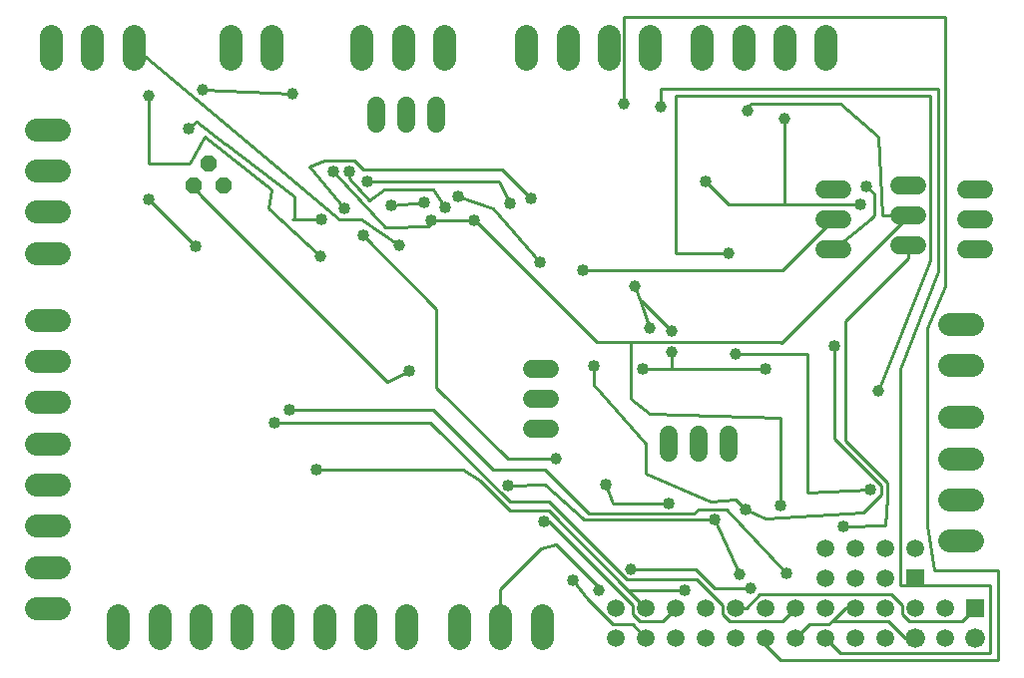
<source format=gbl>
G75*
G70*
%OFA0B0*%
%FSLAX24Y24*%
%IPPOS*%
%LPD*%
%AMOC8*
5,1,8,0,0,1.08239X$1,22.5*
%
%ADD10R,0.0594X0.0594*%
%ADD11C,0.0660*%
%ADD12C,0.0594*%
%ADD13C,0.0768*%
%ADD14OC8,0.0520*%
%ADD15C,0.0600*%
%ADD16C,0.0100*%
%ADD17C,0.0400*%
%ADD18C,0.0396*%
%ADD19C,0.0390*%
D10*
X033676Y005637D03*
X035676Y004637D03*
D11*
X035676Y003637D03*
X033676Y003637D03*
D12*
X032676Y003637D03*
X031676Y003637D03*
X030676Y003637D03*
X029676Y003637D03*
X028676Y003637D03*
X027676Y003637D03*
X026676Y003637D03*
X025676Y003637D03*
X024676Y003637D03*
X023676Y003637D03*
X023676Y004637D03*
X024676Y004637D03*
X025676Y004637D03*
X026676Y004637D03*
X027676Y004637D03*
X028676Y004637D03*
X029676Y004637D03*
X030676Y004637D03*
X030676Y005637D03*
X031676Y005637D03*
X032676Y005637D03*
X032676Y004637D03*
X031676Y004637D03*
X033676Y004637D03*
X034676Y004637D03*
X034676Y003637D03*
X033676Y006637D03*
X032676Y006637D03*
X031676Y006637D03*
X030676Y006637D03*
D13*
X007042Y004396D02*
X007042Y003628D01*
X008420Y003628D02*
X008420Y004396D01*
X009798Y004396D02*
X009798Y003628D01*
X011176Y003628D02*
X011176Y004396D01*
X012542Y004396D02*
X012542Y003628D01*
X013920Y003628D02*
X013920Y004396D01*
X015298Y004396D02*
X015298Y003628D01*
X016676Y003628D02*
X016676Y004396D01*
X018426Y004396D02*
X018426Y003628D01*
X019804Y003628D02*
X019804Y004396D01*
X021182Y004396D02*
X021182Y003628D01*
X034792Y006887D02*
X035560Y006887D01*
X035560Y008265D02*
X034792Y008265D01*
X034792Y009643D02*
X035560Y009643D01*
X035560Y011021D02*
X034792Y011021D01*
X034792Y012762D02*
X035560Y012762D01*
X035560Y014140D02*
X034792Y014140D01*
X030676Y023003D02*
X030676Y023771D01*
X029298Y023771D02*
X029298Y023003D01*
X027920Y023003D02*
X027920Y023771D01*
X026542Y023771D02*
X026542Y023003D01*
X024801Y023003D02*
X024801Y023771D01*
X023423Y023771D02*
X023423Y023003D01*
X022045Y023003D02*
X022045Y023771D01*
X020667Y023771D02*
X020667Y023003D01*
X017926Y023003D02*
X017926Y023771D01*
X016548Y023771D02*
X016548Y023003D01*
X015170Y023003D02*
X015170Y023771D01*
X012176Y023771D02*
X012176Y023003D01*
X010798Y023003D02*
X010798Y023771D01*
X007551Y023771D02*
X007551Y023003D01*
X006173Y023003D02*
X006173Y023771D01*
X004795Y023771D02*
X004795Y023003D01*
X005060Y020637D02*
X004292Y020637D01*
X004292Y019259D02*
X005060Y019259D01*
X005060Y017881D02*
X004292Y017881D01*
X004292Y016503D02*
X005060Y016503D01*
X005060Y014271D02*
X004292Y014271D01*
X004292Y012893D02*
X005060Y012893D01*
X005060Y011515D02*
X004292Y011515D01*
X004292Y010137D02*
X005060Y010137D01*
X005060Y008762D02*
X004292Y008762D01*
X004292Y007384D02*
X005060Y007384D01*
X005060Y006006D02*
X004292Y006006D01*
X004292Y004628D02*
X005060Y004628D01*
D14*
X009551Y018762D03*
X010051Y019512D03*
X010551Y018762D03*
D15*
X015676Y020837D02*
X015676Y021437D01*
X016676Y021437D02*
X016676Y020837D01*
X017676Y020837D02*
X017676Y021437D01*
X030626Y018637D02*
X031226Y018637D01*
X031226Y017637D02*
X030626Y017637D01*
X030626Y016637D02*
X031226Y016637D01*
X033126Y016762D02*
X033726Y016762D01*
X035376Y016637D02*
X035976Y016637D01*
X035976Y017637D02*
X035376Y017637D01*
X033726Y017762D02*
X033126Y017762D01*
X033126Y018762D02*
X033726Y018762D01*
X035376Y018637D02*
X035976Y018637D01*
X027426Y010437D02*
X027426Y009837D01*
X026426Y009837D02*
X026426Y010437D01*
X025426Y010437D02*
X025426Y009837D01*
X021476Y010637D02*
X020876Y010637D01*
X020876Y011637D02*
X021476Y011637D01*
X021476Y012637D02*
X020876Y012637D01*
D16*
X022926Y012737D02*
X022926Y012087D01*
X024676Y010137D01*
X024676Y009137D01*
X026826Y008187D01*
X027676Y008262D01*
X028001Y007937D01*
X028676Y007637D01*
X031926Y007837D01*
X032526Y008437D01*
X032526Y008737D01*
X030976Y010287D01*
X030976Y013387D01*
X030051Y013137D02*
X030051Y008512D01*
X032176Y008587D01*
X032726Y008337D02*
X032726Y008837D01*
X031326Y010237D01*
X031326Y014237D01*
X033426Y016337D01*
X033426Y016762D01*
X034176Y016262D02*
X032426Y011887D01*
X033176Y012637D02*
X033176Y005387D01*
X036176Y005387D01*
X036176Y003137D01*
X031176Y003137D01*
X030676Y003637D01*
X030776Y004087D02*
X030126Y004087D01*
X029676Y003637D01*
X029226Y004187D02*
X029676Y004637D01*
X029226Y004187D02*
X027476Y004187D01*
X027226Y004437D01*
X027226Y004737D01*
X026376Y005587D01*
X024026Y005587D01*
X021426Y008187D01*
X020126Y008187D01*
X017476Y010837D01*
X012276Y010837D01*
X012776Y011262D02*
X017551Y011262D01*
X019551Y009262D01*
X021301Y009262D01*
X022776Y007787D01*
X026276Y007787D01*
X026426Y007937D01*
X027376Y007937D01*
X029376Y005812D01*
X028151Y005287D02*
X026976Y005287D01*
X026326Y005937D01*
X024176Y005937D01*
X024126Y005237D02*
X024101Y005212D01*
X021426Y007887D01*
X020126Y007887D01*
X019126Y008887D01*
X018551Y009262D01*
X013676Y009262D01*
X017676Y012012D02*
X017676Y014637D01*
X015226Y017087D01*
X015176Y017637D02*
X014426Y017637D01*
X007551Y023387D01*
X009851Y021962D02*
X012876Y021837D01*
X010676Y020137D02*
X010601Y020162D01*
X009676Y020887D01*
X009401Y020662D01*
X009926Y020387D02*
X009426Y019512D01*
X008051Y019512D01*
X008051Y021762D01*
X009926Y020387D02*
X012176Y018637D01*
X012051Y018012D01*
X013801Y016387D01*
X013826Y017637D02*
X012926Y017637D01*
X012926Y018387D01*
X010676Y020137D01*
X009551Y018762D02*
X009826Y018387D01*
X016026Y012187D01*
X016751Y012562D01*
X017676Y012012D02*
X020051Y009637D01*
X021676Y009637D01*
X021301Y008762D02*
X020076Y008737D01*
X021301Y008762D02*
X022551Y007637D01*
X022601Y007587D01*
X026951Y007587D01*
X027801Y005762D01*
X028476Y005087D02*
X032876Y005087D01*
X033226Y004737D01*
X033226Y004437D01*
X033476Y004187D01*
X035226Y004187D01*
X035676Y004637D01*
X036426Y005887D02*
X034301Y005887D01*
X034051Y007387D01*
X034051Y014012D01*
X034676Y015387D01*
X034676Y024387D01*
X023926Y024387D01*
X023926Y021512D01*
X025176Y021387D02*
X025176Y022012D01*
X034426Y022012D01*
X034426Y015887D01*
X033176Y012637D01*
X030051Y013137D02*
X027676Y013137D01*
X028676Y012637D02*
X025526Y012637D01*
X025526Y013187D01*
X025526Y012637D02*
X024576Y012637D01*
X024176Y013537D02*
X023026Y013537D01*
X019076Y017487D01*
X018926Y017612D01*
X017501Y017612D01*
X017426Y017387D01*
X015976Y017362D01*
X014226Y019237D01*
X014776Y019237D02*
X014776Y018987D01*
X015426Y018262D01*
X015926Y018637D01*
X017551Y018637D01*
X017951Y018037D01*
X018401Y018412D02*
X019551Y018012D01*
X021126Y016187D01*
X022576Y015937D02*
X029226Y015937D01*
X030926Y017637D01*
X031826Y018137D02*
X029301Y018137D01*
X029301Y021012D01*
X028176Y021512D02*
X031176Y021512D01*
X032426Y020387D01*
X032551Y017762D01*
X033426Y017762D01*
X033426Y017737D01*
X029201Y013512D01*
X029176Y013537D01*
X024176Y013537D01*
X024176Y011637D01*
X024801Y011137D01*
X029176Y011012D01*
X029176Y008062D01*
X031251Y007362D02*
X032676Y007387D01*
X032726Y008337D01*
X036426Y005887D02*
X036426Y002887D01*
X029176Y002887D01*
X028676Y003387D01*
X028676Y003637D01*
X028026Y004637D02*
X027676Y004637D01*
X028026Y004637D02*
X028476Y005087D01*
X025976Y005237D02*
X024126Y005237D01*
X024101Y005212D02*
X024676Y004637D01*
X024226Y004737D02*
X024226Y004437D01*
X024476Y004187D01*
X025226Y004187D01*
X025676Y004637D01*
X024676Y003637D02*
X024226Y004087D01*
X023576Y004087D01*
X022726Y004937D01*
X022226Y005562D01*
X023076Y005362D02*
X023101Y005237D01*
X023076Y005362D02*
X021676Y006762D01*
X021176Y006637D01*
X019804Y005265D01*
X019804Y004012D01*
X019826Y004037D01*
X021426Y007537D02*
X024226Y004737D01*
X021426Y007537D02*
X021276Y007537D01*
X023576Y008137D02*
X023326Y008762D01*
X023576Y008137D02*
X025426Y008137D01*
X030901Y004212D02*
X031326Y004637D01*
X031676Y004637D01*
X030926Y004187D02*
X030901Y004212D01*
X030776Y004087D01*
X030926Y004187D02*
X032776Y004187D01*
X033326Y003637D01*
X033676Y003637D01*
X029176Y013487D02*
X029201Y013512D01*
X025526Y013887D02*
X024526Y014887D01*
X024488Y014873D01*
X024301Y015387D01*
X024488Y014873D02*
X024801Y014012D01*
X025676Y016512D02*
X027426Y016512D01*
X025676Y016512D02*
X025676Y021762D01*
X034176Y021762D01*
X034176Y016262D01*
X032301Y017762D02*
X032176Y017637D01*
X030926Y016637D01*
X032301Y017762D02*
X032283Y018505D01*
X032026Y018737D01*
X029301Y018137D02*
X027426Y018137D01*
X026676Y018887D01*
X028051Y021262D02*
X028176Y021512D01*
X020826Y018337D02*
X019876Y019287D01*
X015226Y019287D01*
X014926Y019587D01*
X013926Y019587D01*
X013426Y019387D01*
X014601Y018012D01*
X015176Y017637D02*
X016426Y016762D01*
X016176Y018087D02*
X017276Y018212D01*
X015376Y018887D02*
X019776Y018887D01*
X020126Y018162D01*
X012926Y017637D02*
X012876Y017637D01*
X009626Y016737D02*
X008076Y018287D01*
D17*
X008076Y018287D03*
X009626Y016737D03*
X013826Y017637D03*
X014601Y018012D03*
X015376Y018887D03*
X014776Y019237D03*
X014226Y019237D03*
X016176Y018087D03*
X017276Y018212D03*
X017501Y017612D03*
X017951Y018037D03*
X018401Y018412D03*
X018926Y017612D03*
X020126Y018162D03*
X020826Y018337D03*
X021126Y016187D03*
X022576Y015937D03*
X026676Y018887D03*
X031826Y018137D03*
X032026Y018737D03*
X030976Y013387D03*
X028676Y012637D03*
X024576Y012637D03*
X022926Y012737D03*
X016751Y012562D03*
X012776Y011262D03*
X012276Y010837D03*
X013676Y009262D03*
X020076Y008737D03*
X021276Y007537D03*
X023326Y008762D03*
X025426Y008137D03*
X026951Y007587D03*
X028001Y007937D03*
X029176Y008062D03*
X031251Y007362D03*
X032176Y008587D03*
X029376Y005812D03*
X025976Y005237D03*
X022226Y005562D03*
X015226Y017087D03*
X009401Y020662D03*
D18*
X008051Y021762D03*
X016426Y016762D03*
X013801Y016387D03*
X024301Y015387D03*
X024801Y014012D03*
X027676Y013137D03*
X032426Y011887D03*
X027426Y016512D03*
X029301Y021012D03*
X028051Y021262D03*
X025176Y021387D03*
X023926Y021512D03*
X021676Y009637D03*
X027801Y005762D03*
D19*
X028151Y005287D03*
X024176Y005937D03*
X023101Y005237D03*
X025526Y013187D03*
X025526Y013887D03*
X012876Y021837D03*
X009851Y021962D03*
M02*

</source>
